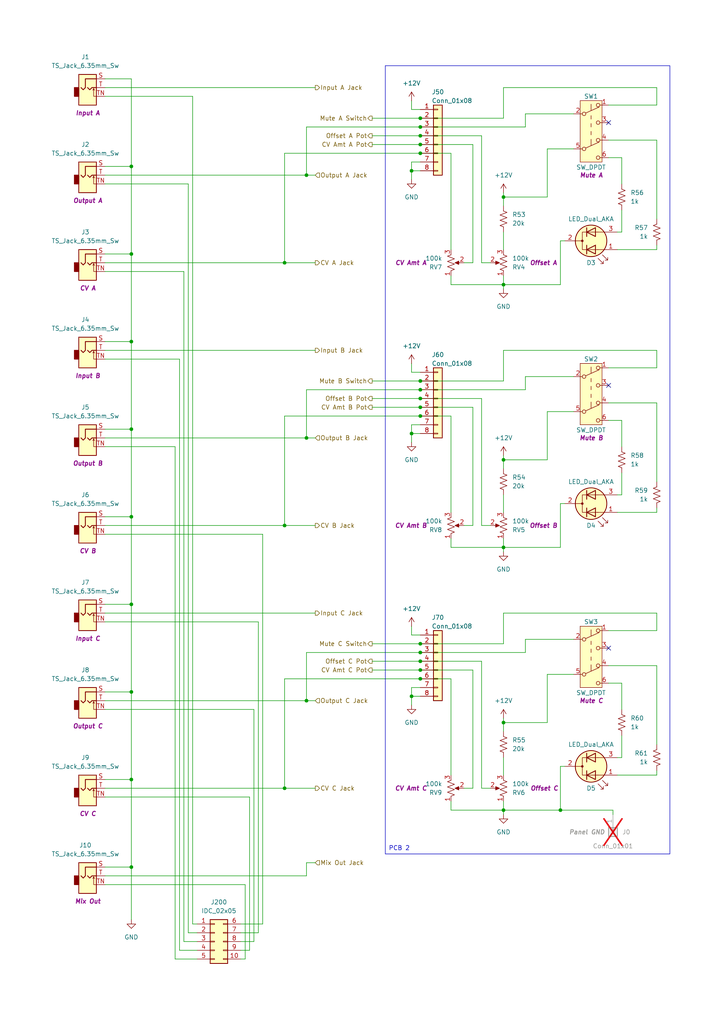
<source format=kicad_sch>
(kicad_sch (version 20250114) (generator "eeschema") (generator_version "9.0")
  (paper "A4" portrait)
  (title_block (company "DMH Instruments") (comment 1 "PCB for 5 cm Kosmo format synthesizer module"))
  (lib_symbols
    (symbol "Connector_Generic:Conn_01x01" (pin_names (offset 1.016) (hide yes))
      (property "Reference" "J" (at 0 2.54 0))
      (property "Value" "Conn_01x01" (at 0 -2.54 0))
      (symbol "Conn_01x01_1_1"
        (rectangle (start -1.27 1.27) (end 1.27 -1.27) (stroke (width 0.254)) (fill (type background)))
        (rectangle (start -1.27 0.127) (end 0 -0.127) (stroke (width 0.1524)))
        (pin passive line (at -5.08 0 0) (length 3.81) (name "Pin_1") (number "1"))
      )
    )
    (symbol "Connector_Generic:Conn_01x08" (pin_names (offset 1.016) (hide yes))
      (property "Reference" "J" (at 0 10.16 0))
      (property "Value" "Conn_01x08" (at 0 -12.7 0))
      (symbol "Conn_01x08_1_1"
        (rectangle (start -1.27 8.89) (end 1.27 -11.43) (stroke (width 0.254)) (fill (type background)))
        (rectangle (start -1.27 7.747) (end 0 7.493) (stroke (width 0.1524)))
        (rectangle (start -1.27 5.207) (end 0 4.953) (stroke (width 0.1524)))
        (rectangle (start -1.27 2.667) (end 0 2.413) (stroke (width 0.1524)))
        (rectangle (start -1.27 0.127) (end 0 -0.127) (stroke (width 0.1524)))
        (rectangle (start -1.27 -2.413) (end 0 -2.667) (stroke (width 0.1524)))
        (rectangle (start -1.27 -4.953) (end 0 -5.207) (stroke (width 0.1524)))
        (rectangle (start -1.27 -7.493) (end 0 -7.747) (stroke (width 0.1524)))
        (rectangle (start -1.27 -10.033) (end 0 -10.287) (stroke (width 0.1524)))
        (pin passive line (at -5.08 7.62 0) (length 3.81) (name "Pin_1") (number "1"))
        (pin passive line (at -5.08 5.08 0) (length 3.81) (name "Pin_2") (number "2"))
        (pin passive line (at -5.08 2.54 0) (length 3.81) (name "Pin_3") (number "3"))
        (pin passive line (at -5.08 0 0) (length 3.81) (name "Pin_4") (number "4"))
        (pin passive line (at -5.08 -2.54 0) (length 3.81) (name "Pin_5") (number "5"))
        (pin passive line (at -5.08 -5.08 0) (length 3.81) (name "Pin_6") (number "6"))
        (pin passive line (at -5.08 -7.62 0) (length 3.81) (name "Pin_7") (number "7"))
        (pin passive line (at -5.08 -10.16 0) (length 3.81) (name "Pin_8") (number "8"))
      )
    )
    (symbol "Device:LED_Dual_AKA" (pin_names (offset 0) (hide yes))
      (property "Reference" "D" (at 0 5.715 0))
      (property "Value" "LED_Dual_AKA" (at 0 -6.35 0))
      (symbol "LED_Dual_AKA_0_1"
        (polyline (pts (xy -4.572 0) (xy -2.54 0)))
        (circle (center -2.54 0) (radius 0.2794) (fill (type outline)))
        (polyline (pts (xy -1.27 1.27) (xy -1.27 3.81)) (stroke (width 0.254)))
        (polyline (pts (xy -1.27 -1.27) (xy -1.27 -3.81)) (stroke (width 0.254)))
        (circle (center 0 0) (radius 4.572) (stroke (width 0.254)) (fill (type background)))
        (polyline (pts (xy 1.27 1.27) (xy 1.27 3.81) (xy -1.27 2.54) (xy 1.27 1.27)) (stroke (width 0.254)))
        (polyline (pts (xy 1.27 -3.81) (xy 1.27 -1.27) (xy -1.27 -2.54) (xy 1.27 -3.81)) (stroke (width 0.254)))
        (polyline (pts (xy 2.032 5.08) (xy 3.556 6.604) (xy 2.794 6.604) (xy 3.556 6.604) (xy 3.556 5.842)))
        (polyline (pts (xy 2.032 2.54) (xy -2.54 2.54) (xy -2.54 -2.54) (xy 2.032 -2.54)))
        (polyline (pts (xy 3.302 4.064) (xy 4.826 5.588) (xy 4.064 5.588) (xy 4.826 5.588) (xy 4.826 4.826)))
        (polyline (pts (xy 3.81 2.54) (xy 1.905 2.54)))
        (polyline (pts (xy 3.81 -2.54) (xy 1.905 -2.54)))
      )
      (symbol "LED_Dual_AKA_1_1"
        (pin input line (at -7.62 0 0) (length 3.048) (name "K") (number "2"))
        (pin input line (at 7.62 2.54 180) (length 3.81) (name "A1") (number "1"))
        (pin input line (at 7.62 -2.54 180) (length 3.81) (name "A2") (number "3"))
      )
    )
    (symbol "Device:R_Potentiometer_US" (pin_names (offset 1.016) (hide yes))
      (property "Reference" "RV" (at -4.445 0 90))
      (property "Value" "R_Potentiometer_US" (at -2.54 0 90))
      (symbol "R_Potentiometer_US_0_1"
        (polyline (pts (xy 0 2.54) (xy 0 2.286)))
        (polyline (pts (xy 0 2.286) (xy 1.016 1.905) (xy 0 1.524) (xy -1.016 1.143) (xy 0 0.762)))
        (polyline (pts (xy 0 0.762) (xy 1.016 0.381) (xy 0 0) (xy -1.016 -0.381) (xy 0 -0.762)))
        (polyline (pts (xy 0 -0.762) (xy 1.016 -1.143) (xy 0 -1.524) (xy -1.016 -1.905) (xy 0 -2.286)))
        (polyline (pts (xy 0 -2.286) (xy 0 -2.54)))
        (polyline (pts (xy 1.143 0) (xy 2.286 0.508) (xy 2.286 -0.508) (xy 1.143 0)) (fill (type outline)))
        (polyline (pts (xy 2.54 0) (xy 1.524 0)))
      )
      (symbol "R_Potentiometer_US_1_1"
        (pin passive line (at 0 3.81 270) (length 1.27) (name "1") (number "1"))
        (pin passive line (at 0 -3.81 90) (length 1.27) (name "3") (number "3"))
        (pin passive line (at 3.81 0 180) (length 1.27) (name "2") (number "2"))
      )
    )
    (symbol "Device:R_US" (pin_numbers (hide yes)) (pin_names (offset 0))
      (property "Reference" "R" (at 2.54 0 90))
      (property "Value" "R_US" (at -2.54 0 90))
      (symbol "R_US_0_1"
        (polyline (pts (xy 0 2.286) (xy 0 2.54)))
        (polyline (pts (xy 0 2.286) (xy 1.016 1.905) (xy 0 1.524) (xy -1.016 1.143) (xy 0 0.762)))
        (polyline (pts (xy 0 0.762) (xy 1.016 0.381) (xy 0 0) (xy -1.016 -0.381) (xy 0 -0.762)))
        (polyline (pts (xy 0 -0.762) (xy 1.016 -1.143) (xy 0 -1.524) (xy -1.016 -1.905) (xy 0 -2.286)))
        (polyline (pts (xy 0 -2.286) (xy 0 -2.54)))
      )
      (symbol "R_US_1_1"
        (pin passive line (at 0 3.81 270) (length 1.27) (name "~") (number "1"))
        (pin passive line (at 0 -3.81 90) (length 1.27) (name "~") (number "2"))
      )
    )
    (symbol "SynthStuff:BackBone_Connector_10Pin" (pin_names (offset 1.016) (hide yes))
      (property "Reference" "J" (at 0 -10.922 0))
      (property "Value" "IDC_02x05" (at 0 -8.382 0))
      (symbol "BackBone_Connector_10Pin_1_1"
        (rectangle (start -2.54 6.35) (end 2.54 -6.35) (stroke (width 0.254)) (fill (type background)))
        (rectangle (start -2.54 5.207) (end -1.27 4.953) (stroke (width 0.1524)))
        (rectangle (start -2.54 2.667) (end -1.27 2.413) (stroke (width 0.1524)))
        (rectangle (start -2.54 0.127) (end -1.27 -0.127) (stroke (width 0.1524)))
        (rectangle (start -2.54 -2.413) (end -1.27 -2.667) (stroke (width 0.1524)))
        (rectangle (start -2.54 -4.953) (end -1.27 -5.207) (stroke (width 0.1524)))
        (rectangle (start 2.54 5.207) (end 1.27 4.953) (stroke (width 0.1524)))
        (rectangle (start 2.54 2.667) (end 1.27 2.413) (stroke (width 0.1524)))
        (rectangle (start 2.54 0.127) (end 1.27 -0.127) (stroke (width 0.1524)))
        (rectangle (start 2.54 -2.413) (end 1.27 -2.667) (stroke (width 0.1524)))
        (rectangle (start 2.54 -4.953) (end 1.27 -5.207) (stroke (width 0.1524)))
        (pin passive line (at -6.35 5.08 0) (length 3.81) (name "Pin_1") (number "1"))
        (pin passive line (at -6.35 2.54 0) (length 3.81) (name "Pin_2") (number "2"))
        (pin passive line (at -6.35 0 0) (length 3.81) (name "Pin_3") (number "3"))
        (pin passive line (at -6.35 -2.54 0) (length 3.81) (name "Pin_4") (number "4"))
        (pin passive line (at -6.35 -5.08 0) (length 3.81) (name "Pin_5") (number "5"))
        (pin passive line (at 6.35 5.08 180) (length 3.81) (name "Pin_6") (number "6"))
        (pin passive line (at 6.35 2.54 180) (length 3.81) (name "Pin_7") (number "7"))
        (pin passive line (at 6.35 0 180) (length 3.81) (name "Pin_8") (number "8"))
        (pin passive line (at 6.35 -2.54 180) (length 3.81) (name "Pin_9") (number "9"))
        (pin passive line (at 6.35 -5.08 180) (length 3.81) (name "Pin_10") (number "10"))
      )
    )
    (symbol "SynthStuff:Switch_DPDT" (pin_names (offset 0) (hide yes))
      (property "Reference" "SW" (at 0 -13.97 0))
      (property "Value" "SW_DPDT" (at 0 -11.43 0))
      (symbol "Switch_DPDT_0_0"
        (circle (center -2.032 5.08) (radius 0.508))
        (circle (center -2.032 -5.08) (radius 0.508))
        (circle (center 2.032 2.54) (radius 0.508))
        (circle (center 2.032 -7.62) (radius 0.508))
      )
      (symbol "Switch_DPDT_0_1"
        (polyline (pts (xy -1.524 5.334) (xy 2.3368 7.0612)))
        (polyline (pts (xy -1.524 -4.826) (xy 2.3368 -3.0988)))
        (polyline (pts (xy 0 7.874) (xy 0 6.096)))
        (polyline (pts (xy 0 3.556) (xy 0 4.572)))
        (polyline (pts (xy 0 1.27) (xy 0 2.286)))
        (polyline (pts (xy 0 -1.016) (xy 0 0)))
        (polyline (pts (xy 0 -2.286) (xy 0 -4.064)))
        (circle (center 2.032 7.62) (radius 0.508))
        (circle (center 2.032 -2.54) (radius 0.508))
      )
      (symbol "Switch_DPDT_1_1"
        (rectangle (start -3.175 8.89) (end 3.175 -8.89) (fill (type background)))
        (pin passive line (at -5.08 5.08 0) (length 2.54) (name "B") (number "2"))
        (pin passive line (at -5.08 -5.08 0) (length 2.54) (name "B") (number "5"))
        (pin passive line (at 5.08 7.62 180) (length 2.54) (name "A") (number "1"))
        (pin passive line (at 5.08 2.54 180) (length 2.54) (name "C") (number "3"))
        (pin passive line (at 5.08 -2.54 180) (length 2.54) (name "A") (number "4"))
        (pin passive line (at 5.08 -7.62 180) (length 2.54) (name "C") (number "6"))
      )
    )
    (symbol "SynthStuff:TS_Jack_6.35mm_Sw"
      (property "Reference" "J" (at -0.635 8.89 0))
      (property "Value" "TS_Jack_6.35mm_Sw" (at -0.635 6.35 0))
      (symbol "TS_Jack_6.35mm_Sw_0_1"
        (rectangle (start -2.54 0) (end -3.81 -2.54) (stroke (width 0.254)) (fill (type outline)))
        (polyline (pts (xy 0 0) (xy 0.635 -0.635) (xy 1.27 0) (xy 2.54 0)) (stroke (width 0.254)))
        (polyline (pts (xy 1.778 -0.254) (xy 2.032 -0.762)))
        (rectangle (start 2.54 3.81) (end -2.54 -5.08) (stroke (width 0.254)) (fill (type background)))
        (polyline (pts (xy 2.54 2.54) (xy -0.635 2.54) (xy -0.635 0) (xy -1.27 -0.635) (xy -1.905 0)) (stroke (width 0.254)))
        (polyline (pts (xy 2.54 -2.54) (xy 1.778 -2.54) (xy 1.778 -0.254) (xy 1.524 -0.762)))
      )
      (symbol "TS_Jack_6.35mm_Sw_1_1"
        (pin passive line (at 5.08 2.54 180) (length 2.54) (name "~") (number "S"))
        (pin passive line (at 5.08 0 180) (length 2.54) (name "~") (number "T"))
        (pin passive line (at 5.08 -2.54 180) (length 2.54) (name "~") (number "TN"))
      )
    )
    (symbol "power:+12V" (power) (pin_numbers (hide yes)) (pin_names (offset 0) (hide yes))
      (property "Value" "+12V" (at 0 3.556 0))
      (symbol "+12V_0_1"
        (polyline (pts (xy -0.762 1.27) (xy 0 2.54)))
        (polyline (pts (xy 0 2.54) (xy 0.762 1.27)))
        (polyline (pts (xy 0 0) (xy 0 2.54)))
      )
      (symbol "+12V_1_1"
        (pin power_in line (at 0 0 90) (length 0) (name "~") (number "1"))
      )
    )
    (symbol "power:GND" (power) (pin_numbers (hide yes)) (pin_names (offset 0) (hide yes))
      (property "Value" "GND" (at 0 -3.81 0))
      (symbol "GND_0_1"
        (polyline (pts (xy 0 0) (xy 0 -1.27) (xy 1.27 -1.27) (xy 0 -2.54) (xy -1.27 -1.27) (xy 0 -1.27)))
      )
      (symbol "GND_1_1"
        (pin power_in line (at 0 0 270) (length 0) (name "~") (number "1"))
      )
    )
  )
  (rectangle (start 111.76 19.05) (end 194.31 247.65))
  (text "PCB 2" (at 115.824 246.126 0) (effects (font (size 1.27 1.27))))
  (junction (at 38.1 200.66))
  (junction (at 38.1 226.06))
  (junction (at 146.05 209.55))
  (junction (at 146.05 133.35))
  (junction (at 38.1 175.26))
  (junction (at 121.92 115.57))
  (junction (at 121.92 41.91))
  (junction (at 121.92 44.45))
  (junction (at 121.92 113.03))
  (junction (at 82.55 228.6))
  (junction (at 121.92 194.31))
  (junction (at 121.92 34.29))
  (junction (at 88.9 127))
  (junction (at 119.38 201.93))
  (junction (at 88.9 203.2))
  (junction (at 88.9 50.8))
  (junction (at 38.1 48.26))
  (junction (at 38.1 99.06))
  (junction (at 121.92 118.11))
  (junction (at 121.92 191.77))
  (junction (at 38.1 73.66))
  (junction (at 146.05 158.75))
  (junction (at 121.92 120.65))
  (junction (at 121.92 39.37))
  (junction (at 146.05 82.55))
  (junction (at 38.1 124.46))
  (junction (at 146.05 57.15))
  (junction (at 119.38 49.53))
  (junction (at 121.92 186.69))
  (junction (at 82.55 76.2))
  (junction (at 146.05 234.95))
  (junction (at 121.92 189.23))
  (junction (at 38.1 251.46))
  (junction (at 119.38 125.73))
  (junction (at 121.92 196.85))
  (junction (at 38.1 149.86))
  (junction (at 162.56 234.95))
  (junction (at 121.92 36.83))
  (junction (at 82.55 152.4))
  (junction (at 121.92 110.49))
  (no_connect (at 176.53 111.76))
  (no_connect (at 176.53 187.96))
  (no_connect (at 176.53 35.56))
  (wire (pts (xy 121.92 118.11) (xy 107.95 118.11)))
  (wire (pts (xy 119.38 31.75) (xy 121.92 31.75)))
  (wire (pts (xy 82.55 196.85) (xy 82.55 228.6)))
  (wire (pts (xy 38.1 124.46) (xy 38.1 99.06)))
  (wire (pts (xy 130.81 80.01) (xy 130.81 82.55)))
  (wire (pts (xy 38.1 251.46) (xy 38.1 226.06)))
  (wire (pts (xy 121.92 191.77) (xy 139.7 191.77)))
  (wire (pts (xy 176.53 121.92) (xy 180.34 121.92)))
  (wire (pts (xy 121.92 36.83) (xy 152.4 36.83)))
  (wire (pts (xy 38.1 200.66) (xy 38.1 175.26)))
  (wire (pts (xy 146.05 219.71) (xy 146.05 224.79)))
  (wire (pts (xy 119.38 201.93) (xy 121.92 201.93)))
  (wire (pts (xy 190.5 40.64) (xy 190.5 63.5)))
  (wire (pts (xy 146.05 232.41) (xy 146.05 234.95)))
  (wire (pts (xy 107.95 110.49) (xy 121.92 110.49)))
  (wire (pts (xy 137.16 118.11) (xy 121.92 118.11)))
  (wire (pts (xy 57.15 278.13) (xy 50.8 278.13)))
  (wire (pts (xy 88.9 250.19) (xy 91.44 250.19)))
  (wire (pts (xy 119.38 125.73) (xy 119.38 128.27)))
  (wire (pts (xy 121.92 186.69) (xy 146.05 186.69)))
  (wire (pts (xy 137.16 228.6) (xy 134.62 228.6)))
  (wire (pts (xy 69.85 270.51) (xy 74.93 270.51)))
  (wire (pts (xy 146.05 132.08) (xy 146.05 133.35)))
  (wire (pts (xy 88.9 36.83) (xy 121.92 36.83)))
  (wire (pts (xy 146.05 143.51) (xy 146.05 148.59)))
  (wire (pts (xy 152.4 185.42) (xy 152.4 189.23)))
  (wire (pts (xy 190.5 72.39) (xy 190.5 71.12)))
  (wire (pts (xy 88.9 189.23) (xy 88.9 203.2)))
  (wire (pts (xy 30.48 127) (xy 88.9 127)))
  (wire (pts (xy 107.95 194.31) (xy 121.92 194.31)))
  (wire (pts (xy 53.34 78.74) (xy 30.48 78.74)))
  (wire (pts (xy 130.81 44.45) (xy 121.92 44.45)))
  (wire (pts (xy 142.24 152.4) (xy 139.7 152.4)))
  (wire (pts (xy 69.85 267.97) (xy 76.2 267.97)))
  (wire (pts (xy 69.85 273.05) (xy 73.66 273.05)))
  (wire (pts (xy 158.75 43.18) (xy 166.37 43.18)))
  (wire (pts (xy 72.39 231.14) (xy 72.39 275.59)))
  (wire (pts (xy 180.34 67.31) (xy 179.07 67.31)))
  (wire (pts (xy 30.48 152.4) (xy 82.55 152.4)))
  (wire (pts (xy 137.16 194.31) (xy 137.16 228.6)))
  (wire (pts (xy 137.16 76.2) (xy 137.16 41.91)))
  (wire (pts (xy 137.16 152.4) (xy 137.16 118.11)))
  (wire (pts (xy 162.56 146.05) (xy 163.83 146.05)))
  (wire (pts (xy 152.4 109.22) (xy 152.4 113.03)))
  (wire (pts (xy 146.05 158.75) (xy 146.05 160.02)))
  (wire (pts (xy 146.05 80.01) (xy 146.05 82.55)))
  (wire (pts (xy 162.56 146.05) (xy 162.56 158.75)))
  (wire (pts (xy 146.05 82.55) (xy 162.56 82.55)))
  (wire (pts (xy 158.75 133.35) (xy 146.05 133.35)))
  (wire (pts (xy 52.07 275.59) (xy 52.07 104.14)))
  (wire (pts (xy 121.92 34.29) (xy 146.05 34.29)))
  (wire (pts (xy 130.81 156.21) (xy 130.81 158.75)))
  (wire (pts (xy 30.48 203.2) (xy 88.9 203.2)))
  (wire (pts (xy 137.16 41.91) (xy 121.92 41.91)))
  (wire (pts (xy 190.5 25.4) (xy 146.05 25.4)))
  (wire (pts (xy 82.55 152.4) (xy 91.44 152.4)))
  (wire (pts (xy 176.53 193.04) (xy 190.5 193.04)))
  (wire (pts (xy 30.48 124.46) (xy 38.1 124.46)))
  (wire (pts (xy 179.07 148.59) (xy 190.5 148.59)))
  (wire (pts (xy 152.4 33.02) (xy 166.37 33.02)))
  (wire (pts (xy 180.34 121.92) (xy 180.34 129.54)))
  (wire (pts (xy 146.05 209.55) (xy 158.75 209.55)))
  (wire (pts (xy 30.48 99.06) (xy 38.1 99.06)))
  (wire (pts (xy 73.66 205.74) (xy 73.66 273.05)))
  (wire (pts (xy 176.53 198.12) (xy 180.34 198.12)))
  (wire (pts (xy 121.92 196.85) (xy 82.55 196.85)))
  (wire (pts (xy 30.48 76.2) (xy 82.55 76.2)))
  (wire (pts (xy 119.38 204.47) (xy 119.38 201.93)))
  (wire (pts (xy 119.38 107.95) (xy 121.92 107.95)))
  (wire (pts (xy 139.7 39.37) (xy 139.7 76.2)))
  (wire (pts (xy 176.53 106.68) (xy 190.5 106.68)))
  (wire (pts (xy 158.75 57.15) (xy 158.75 43.18)))
  (wire (pts (xy 38.1 48.26) (xy 38.1 22.86)))
  (wire (pts (xy 130.81 158.75) (xy 146.05 158.75)))
  (wire (pts (xy 119.38 181.61) (xy 119.38 184.15)))
  (wire (pts (xy 121.92 120.65) (xy 82.55 120.65)))
  (wire (pts (xy 107.95 186.69) (xy 121.92 186.69)))
  (wire (pts (xy 180.34 45.72) (xy 180.34 53.34)))
  (wire (pts (xy 152.4 33.02) (xy 152.4 36.83)))
  (wire (pts (xy 107.95 115.57) (xy 121.92 115.57)))
  (wire (pts (xy 30.48 226.06) (xy 38.1 226.06)))
  (wire (pts (xy 121.92 189.23) (xy 152.4 189.23)))
  (wire (pts (xy 180.34 60.96) (xy 180.34 67.31)))
  (wire (pts (xy 176.53 116.84) (xy 190.5 116.84)))
  (wire (pts (xy 57.15 273.05) (xy 53.34 273.05)))
  (wire (pts (xy 38.1 73.66) (xy 38.1 48.26)))
  (wire (pts (xy 121.92 194.31) (xy 137.16 194.31)))
  (wire (pts (xy 30.48 251.46) (xy 38.1 251.46)))
  (wire (pts (xy 190.5 177.8) (xy 146.05 177.8)))
  (wire (pts (xy 130.81 224.79) (xy 130.81 196.85)))
  (wire (pts (xy 55.88 267.97) (xy 55.88 27.94)))
  (wire (pts (xy 142.24 76.2) (xy 139.7 76.2)))
  (wire (pts (xy 88.9 113.03) (xy 121.92 113.03)))
  (wire (pts (xy 139.7 152.4) (xy 139.7 115.57)))
  (wire (pts (xy 71.12 256.54) (xy 71.12 278.13)))
  (wire (pts (xy 52.07 104.14) (xy 30.48 104.14)))
  (wire (pts (xy 162.56 69.85) (xy 163.83 69.85)))
  (wire (pts (xy 38.1 266.7) (xy 38.1 251.46)))
  (wire (pts (xy 166.37 185.42) (xy 152.4 185.42)))
  (wire (pts (xy 190.5 101.6) (xy 146.05 101.6)))
  (wire (pts (xy 107.95 34.29) (xy 121.92 34.29)))
  (wire (pts (xy 146.05 177.8) (xy 146.05 186.69)))
  (wire (pts (xy 177.8 236.22) (xy 177.8 234.95)))
  (wire (pts (xy 82.55 120.65) (xy 82.55 152.4)))
  (wire (pts (xy 190.5 182.88) (xy 190.5 177.8)))
  (wire (pts (xy 119.38 199.39) (xy 119.38 201.93)))
  (wire (pts (xy 119.38 184.15) (xy 121.92 184.15)))
  (wire (pts (xy 190.5 215.9) (xy 190.5 193.04)))
  (wire (pts (xy 107.95 39.37) (xy 121.92 39.37)))
  (wire (pts (xy 38.1 22.86) (xy 30.48 22.86)))
  (wire (pts (xy 82.55 76.2) (xy 91.44 76.2)))
  (wire (pts (xy 162.56 69.85) (xy 162.56 82.55)))
  (wire (pts (xy 50.8 278.13) (xy 50.8 129.54)))
  (wire (pts (xy 30.48 200.66) (xy 38.1 200.66)))
  (wire (pts (xy 119.38 46.99) (xy 119.38 49.53)))
  (wire (pts (xy 30.48 177.8) (xy 91.44 177.8)))
  (wire (pts (xy 176.53 40.64) (xy 190.5 40.64)))
  (wire (pts (xy 158.75 195.58) (xy 158.75 209.55)))
  (wire (pts (xy 72.39 275.59) (xy 69.85 275.59)))
  (wire (pts (xy 121.92 123.19) (xy 119.38 123.19)))
  (wire (pts (xy 180.34 143.51) (xy 179.07 143.51)))
  (wire (pts (xy 57.15 270.51) (xy 54.61 270.51)))
  (wire (pts (xy 76.2 154.94) (xy 76.2 267.97)))
  (wire (pts (xy 88.9 127) (xy 91.44 127)))
  (wire (pts (xy 88.9 113.03) (xy 88.9 127)))
  (wire (pts (xy 146.05 209.55) (xy 146.05 212.09)))
  (wire (pts (xy 139.7 228.6) (xy 139.7 191.77)))
  (wire (pts (xy 146.05 55.88) (xy 146.05 57.15)))
  (wire (pts (xy 166.37 109.22) (xy 152.4 109.22)))
  (wire (pts (xy 134.62 152.4) (xy 137.16 152.4)))
  (wire (pts (xy 38.1 149.86) (xy 38.1 124.46)))
  (wire (pts (xy 121.92 44.45) (xy 82.55 44.45)))
  (wire (pts (xy 146.05 234.95) (xy 162.56 234.95)))
  (wire (pts (xy 119.38 31.75) (xy 119.38 29.21)))
  (wire (pts (xy 190.5 106.68) (xy 190.5 101.6)))
  (wire (pts (xy 130.81 196.85) (xy 121.92 196.85)))
  (wire (pts (xy 146.05 67.31) (xy 146.05 72.39)))
  (wire (pts (xy 162.56 222.25) (xy 162.56 234.95)))
  (wire (pts (xy 180.34 198.12) (xy 180.34 205.74)))
  (wire (pts (xy 166.37 119.38) (xy 158.75 119.38)))
  (wire (pts (xy 119.38 49.53) (xy 119.38 52.07)))
  (wire (pts (xy 190.5 224.79) (xy 190.5 223.52)))
  (wire (pts (xy 30.48 149.86) (xy 38.1 149.86)))
  (wire (pts (xy 88.9 50.8) (xy 91.44 50.8)))
  (wire (pts (xy 119.38 107.95) (xy 119.38 105.41)))
  (wire (pts (xy 53.34 273.05) (xy 53.34 78.74)))
  (wire (pts (xy 30.48 175.26) (xy 38.1 175.26)))
  (wire (pts (xy 30.48 101.6) (xy 91.44 101.6)))
  (wire (pts (xy 50.8 129.54) (xy 30.48 129.54)))
  (wire (pts (xy 121.92 199.39) (xy 119.38 199.39)))
  (wire (pts (xy 54.61 53.34) (xy 54.61 270.51)))
  (wire (pts (xy 30.48 73.66) (xy 38.1 73.66)))
  (wire (pts (xy 130.81 232.41) (xy 130.81 234.95)))
  (wire (pts (xy 121.92 46.99) (xy 119.38 46.99)))
  (wire (pts (xy 146.05 57.15) (xy 158.75 57.15)))
  (wire (pts (xy 180.34 213.36) (xy 180.34 219.71)))
  (wire (pts (xy 146.05 25.4) (xy 146.05 34.29)))
  (wire (pts (xy 179.07 224.79) (xy 190.5 224.79)))
  (wire (pts (xy 146.05 82.55) (xy 146.05 83.82)))
  (wire (pts (xy 146.05 101.6) (xy 146.05 110.49)))
  (wire (pts (xy 30.48 180.34) (xy 74.93 180.34)))
  (wire (pts (xy 162.56 222.25) (xy 163.83 222.25)))
  (wire (pts (xy 30.48 25.4) (xy 91.44 25.4)))
  (wire (pts (xy 88.9 36.83) (xy 88.9 50.8)))
  (wire (pts (xy 74.93 180.34) (xy 74.93 270.51)))
  (wire (pts (xy 30.48 256.54) (xy 71.12 256.54)))
  (wire (pts (xy 134.62 76.2) (xy 137.16 76.2)))
  (wire (pts (xy 190.5 139.7) (xy 190.5 116.84)))
  (wire (pts (xy 130.81 120.65) (xy 121.92 120.65)))
  (wire (pts (xy 82.55 44.45) (xy 82.55 76.2)))
  (wire (pts (xy 38.1 175.26) (xy 38.1 149.86)))
  (wire (pts (xy 166.37 195.58) (xy 158.75 195.58)))
  (wire (pts (xy 190.5 148.59) (xy 190.5 147.32)))
  (wire (pts (xy 130.81 72.39) (xy 130.81 44.45)))
  (wire (pts (xy 142.24 228.6) (xy 139.7 228.6)))
  (wire (pts (xy 176.53 45.72) (xy 180.34 45.72)))
  (wire (pts (xy 130.81 234.95) (xy 146.05 234.95)))
  (wire (pts (xy 82.55 228.6) (xy 91.44 228.6)))
  (wire (pts (xy 146.05 57.15) (xy 146.05 59.69)))
  (wire (pts (xy 180.34 219.71) (xy 179.07 219.71)))
  (wire (pts (xy 119.38 123.19) (xy 119.38 125.73)))
  (wire (pts (xy 30.48 50.8) (xy 88.9 50.8)))
  (wire (pts (xy 88.9 254) (xy 88.9 250.19)))
  (wire (pts (xy 30.48 254) (xy 88.9 254)))
  (wire (pts (xy 38.1 99.06) (xy 38.1 73.66)))
  (wire (pts (xy 179.07 72.39) (xy 190.5 72.39)))
  (wire (pts (xy 180.34 137.16) (xy 180.34 143.51)))
  (wire (pts (xy 57.15 275.59) (xy 52.07 275.59)))
  (wire (pts (xy 30.48 154.94) (xy 76.2 154.94)))
  (wire (pts (xy 119.38 125.73) (xy 121.92 125.73)))
  (wire (pts (xy 107.95 41.91) (xy 121.92 41.91)))
  (wire (pts (xy 30.48 48.26) (xy 38.1 48.26)))
  (wire (pts (xy 176.53 182.88) (xy 190.5 182.88)))
  (wire (pts (xy 30.48 205.74) (xy 73.66 205.74)))
  (wire (pts (xy 146.05 208.28) (xy 146.05 209.55)))
  (wire (pts (xy 121.92 115.57) (xy 139.7 115.57)))
  (wire (pts (xy 119.38 49.53) (xy 121.92 49.53)))
  (wire (pts (xy 190.5 30.48) (xy 190.5 25.4)))
  (wire (pts (xy 107.95 191.77) (xy 121.92 191.77)))
  (wire (pts (xy 158.75 119.38) (xy 158.75 133.35)))
  (wire (pts (xy 30.48 53.34) (xy 54.61 53.34)))
  (wire (pts (xy 146.05 133.35) (xy 146.05 135.89)))
  (wire (pts (xy 177.8 234.95) (xy 162.56 234.95)))
  (wire (pts (xy 88.9 189.23) (xy 121.92 189.23)))
  (wire (pts (xy 162.56 158.75) (xy 146.05 158.75)))
  (wire (pts (xy 88.9 203.2) (xy 91.44 203.2)))
  (wire (pts (xy 71.12 278.13) (xy 69.85 278.13)))
  (wire (pts (xy 121.92 110.49) (xy 146.05 110.49)))
  (wire (pts (xy 121.92 39.37) (xy 139.7 39.37)))
  (wire (pts (xy 130.81 82.55) (xy 146.05 82.55)))
  (wire (pts (xy 176.53 30.48) (xy 190.5 30.48)))
  (wire (pts (xy 146.05 234.95) (xy 146.05 236.22)))
  (wire (pts (xy 57.15 267.97) (xy 55.88 267.97)))
  (wire (pts (xy 38.1 226.06) (xy 38.1 200.66)))
  (wire (pts (xy 55.88 27.94) (xy 30.48 27.94)))
  (wire (pts (xy 30.48 228.6) (xy 82.55 228.6)))
  (wire (pts (xy 121.92 113.03) (xy 152.4 113.03)))
  (wire (pts (xy 30.48 231.14) (xy 72.39 231.14)))
  (wire (pts (xy 130.81 148.59) (xy 130.81 120.65)))
  (wire (pts (xy 146.05 156.21) (xy 146.05 158.75)))
  (hierarchical_label "Offset B Pot" (shape output) (at 107.95 115.57 180))
  (hierarchical_label "Offset C Pot" (shape output) (at 107.95 191.77 180))
  (hierarchical_label "CV C Jack" (shape output) (at 91.44 228.6 0))
  (hierarchical_label "Offset A Pot" (shape output) (at 107.95 39.37 180))
  (hierarchical_label "Mute A Switch" (shape output) (at 107.95 34.29 180))
  (hierarchical_label "Output A Jack" (shape input) (at 91.44 50.8 0))
  (hierarchical_label "Mute B Switch" (shape output) (at 107.95 110.49 180))
  (hierarchical_label "Output C Jack" (shape input) (at 91.44 203.2 0))
  (hierarchical_label "Output B Jack" (shape input) (at 91.44 127 0))
  (hierarchical_label "CV A Jack" (shape output) (at 91.44 76.2 0))
  (hierarchical_label "CV Amt B Pot" (shape output) (at 107.95 118.11 180))
  (hierarchical_label "Input B Jack" (shape output) (at 91.44 101.6 0))
  (hierarchical_label "CV Amt A Pot" (shape output) (at 107.95 41.91 180))
  (hierarchical_label "Mute C Switch" (shape output) (at 107.95 186.69 180))
  (hierarchical_label "CV B Jack" (shape output) (at 91.44 152.4 0))
  (hierarchical_label "Input A Jack" (shape output) (at 91.44 25.4 0))
  (hierarchical_label "Input C Jack" (shape output) (at 91.44 177.8 0))
  (hierarchical_label "Mix Out Jack" (shape input) (at 91.44 250.19 0))
  (hierarchical_label "CV Amt C Pot" (shape output) (at 107.95 194.31 180))
  (symbol (lib_id "SynthStuff:TS_Jack_6.35mm_Sw") (at 25.4 228.6 0) (unit 1)
    (property "Reference" "J9" (at 24.765 219.71 0))
    (property "Value" "TS_Jack_6.35mm_Sw" (at 24.765 222.25 0))
    (property "Footprint" "SynthStuff:CUI_MJ-63052A" (effects (hide yes)))
    (property "Description" "Audio Jack, 2 Poles (Mono / TS), Switched T Pole (Normalling), 6.35mm, 1/4inch" (effects (hide yes)))
    (property "Function" "CV C" (at 25.4 235.966 0) (effects (font (thickness 0.254) (bold yes) (italic yes))))
  )
  (symbol (lib_id "SynthStuff:TS_Jack_6.35mm_Sw") (at 25.4 50.8 0) (unit 1)
    (property "Reference" "J2" (at 24.765 41.91 0))
    (property "Value" "TS_Jack_6.35mm_Sw" (at 24.765 44.45 0))
    (property "Footprint" "SynthStuff:CUI_MJ-63052A" (effects (hide yes)))
    (property "Description" "Audio Jack, 2 Poles (Mono / TS), Switched T Pole (Normalling), 6.35mm, 1/4inch" (effects (hide yes)))
    (property "Function" "Output A" (at 25.4 58.166 0) (effects (font (thickness 0.254) (bold yes) (italic yes))))
  )
  (symbol (lib_id "power:GND") (at 119.38 128.27 0) (unit 1)
    (property "Reference" "#PWR045" (effects (hide yes)))
    (property "Value" "GND" (at 119.38 133.35 0))
    (property "Description" "Power symbol creates a global label with name \"GND\" , ground" (effects (hide yes)))
  )
  (symbol (lib_id "power:GND") (at 146.05 160.02 0) (unit 1)
    (property "Reference" "#PWR037" (effects (hide yes)))
    (property "Value" "GND" (at 146.05 165.1 0))
    (property "Description" "Power symbol creates a global label with name \"GND\" , ground" (effects (hide yes)))
  )
  (symbol (lib_id "Device:LED_Dual_AKA") (at 171.45 146.05 0) (mirror x) (unit 1) (on_board no)
    (property "Reference" "D4" (at 171.45 152.4 0))
    (property "Value" "LED_Dual_AKA" (at 171.45 139.7 0))
    (property "Footprint" "SynthStuff:LED_D3.0mm-2color" (effects (hide yes)))
    (property "Description" "Dual LED, common cathode on pin 2" (effects (hide yes)))
  )
  (symbol (lib_id "power:+12V") (at 119.38 105.41 0) (unit 1)
    (property "Reference" "#PWR042" (effects (hide yes)))
    (property "Value" "+12V" (at 119.38 100.33 0))
    (property "Description" "Power symbol creates a global label with name \"+12V\"" (effects (hide yes)))
  )
  (symbol (lib_id "SynthStuff:Switch_DPDT") (at 171.45 38.1 0) (unit 1) (on_board no)
    (property "Reference" "SW1" (at 171.45 27.94 0))
    (property "Value" "SW_DPDT" (at 171.45 48.514 0))
    (property "Footprint" "SynthStuff:Toggle_Switch_2_Poles_THT" (effects (hide yes)))
    (property "Description" "DPDT switch, can be ON-ON or ON-OFF-ON" (effects (hide yes)))
    (property "Function" "Mute A" (at 171.45 50.8 0) (effects (font (thickness 0.254) (bold yes) (italic yes))))
  )
  (symbol (lib_id "SynthStuff:Switch_DPDT") (at 171.45 190.5 0) (unit 1) (on_board no)
    (property "Reference" "SW3" (at 171.45 180.34 0))
    (property "Value" "SW_DPDT" (at 171.45 200.914 0))
    (property "Footprint" "SynthStuff:Toggle_Switch_2_Poles_THT" (effects (hide yes)))
    (property "Description" "DPDT switch, can be ON-ON or ON-OFF-ON" (effects (hide yes)))
    (property "Function" "Mute C" (at 171.45 203.2 0) (effects (font (thickness 0.254) (bold yes) (italic yes))))
  )
  (symbol (lib_id "SynthStuff:BackBone_Connector_10Pin") (at 63.5 273.05 0) (unit 1)
    (property "Reference" "J200" (at 63.5 261.62 0))
    (property "Value" "IDC_02x05" (at 63.5 264.16 0))
    (property "Footprint" "SynthStuff:IDC-Header_2x05_P2.54mm_Vertical_BackBone" (effects (hide yes)))
    (property "Description" "IDC jack, 2x5 pins, row a carries same signals as row b." (effects (hide yes)))
  )
  (symbol (lib_id "Device:R_US") (at 180.34 57.15 180) (unit 1) (on_board no)
    (property "Reference" "R56" (at 182.88 55.8799 0) (effects (justify right)))
    (property "Value" "1k" (at 182.88 58.4199 0) (effects (justify right)))
    (property "Footprint" "Resistor_THT:R_Axial_DIN0207_L6.3mm_D2.5mm_P7.62mm_Horizontal" (effects (hide yes)))
    (property "Description" "Resistor, US symbol" (effects (hide yes)))
  )
  (symbol (lib_id "Device:R_Potentiometer_US") (at 146.05 152.4 180) (unit 1) (on_board no)
    (property "Reference" "RV5" (at 148.59 153.6701 0) (effects (justify right)))
    (property "Value" "100k" (at 148.59 151.1301 0) (effects (justify right)))
    (property "Footprint" "SynthStuff:Potentiometer_Alpha_RD901F-40-00D_Single_Vertical" (effects (hide yes)))
    (property "Description" "Potentiometer, US symbol" (effects (hide yes)))
    (property "Function" "Offset B" (at 157.734 152.4 0) (effects (font (thickness 0.254) (bold yes) (italic yes))))
  )
  (symbol (lib_id "SynthStuff:TS_Jack_6.35mm_Sw") (at 25.4 127 0) (unit 1)
    (property "Reference" "J5" (at 24.765 118.11 0))
    (property "Value" "TS_Jack_6.35mm_Sw" (at 24.765 120.65 0))
    (property "Footprint" "SynthStuff:CUI_MJ-63052A" (effects (hide yes)))
    (property "Description" "Audio Jack, 2 Poles (Mono / TS), Switched T Pole (Normalling), 6.35mm, 1/4inch" (effects (hide yes)))
    (property "Function" "Output B" (at 25.4 134.366 0) (effects (font (thickness 0.254) (bold yes) (italic yes))))
  )
  (symbol (lib_id "power:+12V") (at 146.05 55.88 0) (unit 1)
    (property "Reference" "#PWR034" (effects (hide yes)))
    (property "Value" "+12V" (at 146.05 50.8 0))
    (property "Description" "Power symbol creates a global label with name \"+12V\"" (effects (hide yes)))
  )
  (symbol (lib_id "Device:R_Potentiometer_US") (at 130.81 76.2 0) (mirror x) (unit 1) (on_board no)
    (property "Reference" "RV7" (at 128.27 77.4701 0) (effects (justify right)))
    (property "Value" "100k" (at 128.27 74.9301 0) (effects (justify right)))
    (property "Footprint" "SynthStuff:Potentiometer_TT_P110KH1" (effects (hide yes)))
    (property "Description" "Potentiometer, US symbol" (effects (hide yes)))
    (property "Function" "CV Amt A" (at 119.126 76.2 0) (effects (font (thickness 0.254) (bold yes) (italic yes))))
  )
  (symbol (lib_id "power:GND") (at 119.38 204.47 0) (unit 1)
    (property "Reference" "#PWR046" (effects (hide yes)))
    (property "Value" "GND" (at 119.38 209.55 0))
    (property "Description" "Power symbol creates a global label with name \"GND\" , ground" (effects (hide yes)))
  )
  (symbol (lib_id "SynthStuff:TS_Jack_6.35mm_Sw") (at 25.4 101.6 0) (unit 1)
    (property "Reference" "J4" (at 24.765 92.71 0))
    (property "Value" "TS_Jack_6.35mm_Sw" (at 24.765 95.25 0))
    (property "Footprint" "SynthStuff:CUI_MJ-63052A" (effects (hide yes)))
    (property "Description" "Audio Jack, 2 Poles (Mono / TS), Switched T Pole (Normalling), 6.35mm, 1/4inch" (effects (hide yes)))
    (property "Function" "Input B" (at 25.4 108.966 0) (effects (font (thickness 0.254) (bold yes) (italic yes))))
  )
  (symbol (lib_id "power:+12V") (at 119.38 29.21 0) (unit 1)
    (property "Reference" "#PWR041" (effects (hide yes)))
    (property "Value" "+12V" (at 119.38 24.13 0))
    (property "Description" "Power symbol creates a global label with name \"+12V\"" (effects (hide yes)))
  )
  (symbol (lib_id "SynthStuff:TS_Jack_6.35mm_Sw") (at 25.4 254 0) (unit 1)
    (property "Reference" "J10" (at 24.765 245.11 0))
    (property "Value" "TS_Jack_6.35mm_Sw" (at 24.765 247.65 0))
    (property "Footprint" "SynthStuff:CUI_MJ-63052A" (effects (hide yes)))
    (property "Description" "Audio Jack, 2 Poles (Mono / TS), Switched T Pole (Normalling), 6.35mm, 1/4inch" (effects (hide yes)))
    (property "Function" "Mix Out" (at 25.4 261.366 0) (effects (font (thickness 0.254) (bold yes) (italic yes))))
  )
  (symbol (lib_id "SynthStuff:Switch_DPDT") (at 171.45 114.3 0) (unit 1) (on_board no)
    (property "Reference" "SW2" (at 171.45 104.14 0))
    (property "Value" "SW_DPDT" (at 171.45 124.714 0))
    (property "Footprint" "SynthStuff:Toggle_Switch_2_Poles_THT" (effects (hide yes)))
    (property "Description" "DPDT switch, can be ON-ON or ON-OFF-ON" (effects (hide yes)))
    (property "Function" "Mute B" (at 171.45 127 0) (effects (font (thickness 0.254) (bold yes) (italic yes))))
  )
  (symbol (lib_id "SynthStuff:TS_Jack_6.35mm_Sw") (at 25.4 177.8 0) (unit 1)
    (property "Reference" "J7" (at 24.765 168.91 0))
    (property "Value" "TS_Jack_6.35mm_Sw" (at 24.765 171.45 0))
    (property "Footprint" "SynthStuff:CUI_MJ-63052A" (effects (hide yes)))
    (property "Description" "Audio Jack, 2 Poles (Mono / TS), Switched T Pole (Normalling), 6.35mm, 1/4inch" (effects (hide yes)))
    (property "Function" "Input C" (at 25.4 185.166 0) (effects (font (thickness 0.254) (bold yes) (italic yes))))
  )
  (symbol (lib_id "power:+12V") (at 146.05 208.28 0) (unit 1)
    (property "Reference" "#PWR038" (effects (hide yes)))
    (property "Value" "+12V" (at 146.05 203.2 0))
    (property "Description" "Power symbol creates a global label with name \"+12V\"" (effects (hide yes)))
  )
  (symbol (lib_id "SynthStuff:TS_Jack_6.35mm_Sw") (at 25.4 203.2 0) (unit 1)
    (property "Reference" "J8" (at 24.765 194.31 0))
    (property "Value" "TS_Jack_6.35mm_Sw" (at 24.765 196.85 0))
    (property "Footprint" "SynthStuff:CUI_MJ-63052A" (effects (hide yes)))
    (property "Description" "Audio Jack, 2 Poles (Mono / TS), Switched T Pole (Normalling), 6.35mm, 1/4inch" (effects (hide yes)))
    (property "Function" "Output C" (at 25.4 210.566 0) (effects (font (thickness 0.254) (bold yes) (italic yes))))
  )
  (symbol (lib_id "Device:R_US") (at 180.34 209.55 180) (unit 1) (on_board no)
    (property "Reference" "R60" (at 182.88 208.2799 0) (effects (justify right)))
    (property "Value" "1k" (at 182.88 210.8199 0) (effects (justify right)))
    (property "Footprint" "Resistor_THT:R_Axial_DIN0207_L6.3mm_D2.5mm_P7.62mm_Horizontal" (effects (hide yes)))
    (property "Description" "Resistor, US symbol" (effects (hide yes)))
  )
  (symbol (lib_id "power:+12V") (at 119.38 181.61 0) (unit 1)
    (property "Reference" "#PWR043" (effects (hide yes)))
    (property "Value" "+12V" (at 119.38 176.53 0))
    (property "Description" "Power symbol creates a global label with name \"+12V\"" (effects (hide yes)))
  )
  (symbol (lib_id "Device:R_Potentiometer_US") (at 130.81 152.4 0) (mirror x) (unit 1) (on_board no)
    (property "Reference" "RV8" (at 128.27 153.6701 0) (effects (justify right)))
    (property "Value" "100k" (at 128.27 151.1301 0) (effects (justify right)))
    (property "Footprint" "SynthStuff:Potentiometer_TT_P110KH1" (effects (hide yes)))
    (property "Description" "Potentiometer, US symbol" (effects (hide yes)))
    (property "Function" "CV Amt B" (at 119.126 152.4 0) (effects (font (thickness 0.254) (bold yes) (italic yes))))
  )
  (symbol (lib_id "Device:R_Potentiometer_US") (at 130.81 228.6 0) (mirror x) (unit 1) (on_board no)
    (property "Reference" "RV9" (at 128.27 229.8701 0) (effects (justify right)))
    (property "Value" "100k" (at 128.27 227.3301 0) (effects (justify right)))
    (property "Footprint" "SynthStuff:Potentiometer_TT_P110KH1" (effects (hide yes)))
    (property "Description" "Potentiometer, US symbol" (effects (hide yes)))
    (property "Function" "CV Amt C" (at 119.126 228.6 0) (effects (font (thickness 0.254) (bold yes) (italic yes))))
  )
  (symbol (lib_id "Device:LED_Dual_AKA") (at 171.45 69.85 0) (mirror x) (unit 1) (on_board no)
    (property "Reference" "D3" (at 171.45 76.2 0))
    (property "Value" "LED_Dual_AKA" (at 171.45 63.5 0))
    (property "Footprint" "SynthStuff:LED_D3.0mm-2color" (effects (hide yes)))
    (property "Description" "Dual LED, common cathode on pin 2" (effects (hide yes)))
  )
  (symbol (lib_id "Device:R_US") (at 146.05 139.7 180) (unit 1) (on_board no)
    (property "Reference" "R54" (at 148.59 138.4299 0) (effects (justify right)))
    (property "Value" "20k" (at 148.59 140.9699 0) (effects (justify right)))
    (property "Footprint" "Resistor_THT:R_Axial_DIN0207_L6.3mm_D2.5mm_P7.62mm_Horizontal" (effects (hide yes)))
    (property "Description" "Resistor, US symbol" (effects (hide yes)))
  )
  (symbol (lib_id "Device:R_Potentiometer_US") (at 146.05 76.2 180) (unit 1) (on_board no)
    (property "Reference" "RV4" (at 148.59 77.4701 0) (effects (justify right)))
    (property "Value" "100k" (at 148.59 74.9301 0) (effects (justify right)))
    (property "Footprint" "SynthStuff:Potentiometer_Alpha_RD901F-40-00D_Single_Vertical" (effects (hide yes)))
    (property "Description" "Potentiometer, US symbol" (effects (hide yes)))
    (property "Function" "Offset A" (at 157.734 76.2 0) (effects (font (thickness 0.254) (bold yes) (italic yes))))
  )
  (symbol (lib_id "power:GND") (at 119.38 52.07 0) (unit 1)
    (property "Reference" "#PWR044" (effects (hide yes)))
    (property "Value" "GND" (at 119.38 57.15 0))
    (property "Description" "Power symbol creates a global label with name \"GND\" , ground" (effects (hide yes)))
  )
  (symbol (lib_id "Connector_Generic:Conn_01x08") (at 127 115.57 0) (unit 1)
    (property "Reference" "J60" (at 125.222 102.87 0) (effects (justify left)))
    (property "Value" "Conn_01x08" (at 125.222 105.41 0) (effects (justify left)))
    (property "Footprint" "Connector_PinSocket_2.54mm:PinSocket_1x06_P2.54mm_Vertical" (effects (hide yes)))
    (property "Description" "Generic connector, single row, 01x08, script generated (kicad-library-utils/schlib/autogen/connector/)" (effects (hide yes)))
  )
  (symbol (lib_id "power:GND") (at 146.05 236.22 0) (unit 1)
    (property "Reference" "#PWR039" (effects (hide yes)))
    (property "Value" "GND" (at 146.05 241.3 0))
    (property "Description" "Power symbol creates a global label with name \"GND\" , ground" (effects (hide yes)))
  )
  (symbol (lib_id "Device:LED_Dual_AKA") (at 171.45 222.25 0) (mirror x) (unit 1) (on_board no)
    (property "Reference" "D5" (at 171.45 228.6 0))
    (property "Value" "LED_Dual_AKA" (at 171.45 215.9 0))
    (property "Footprint" "SynthStuff:LED_D3.0mm-2color" (effects (hide yes)))
    (property "Description" "Dual LED, common cathode on pin 2" (effects (hide yes)))
  )
  (symbol (lib_id "power:GND") (at 38.1 266.7 0) (unit 1)
    (property "Reference" "#PWR040" (effects (hide yes)))
    (property "Value" "GND" (at 38.1 271.78 0))
    (property "Description" "Power symbol creates a global label with name \"GND\" , ground" (effects (hide yes)))
  )
  (symbol (lib_id "Connector_Generic:Conn_01x08") (at 127 191.77 0) (unit 1)
    (property "Reference" "J70" (at 125.222 179.07 0) (effects (justify left)))
    (property "Value" "Conn_01x08" (at 125.222 181.61 0) (effects (justify left)))
    (property "Footprint" "Connector_PinSocket_2.54mm:PinSocket_1x06_P2.54mm_Vertical" (effects (hide yes)))
    (property "Description" "Generic connector, single row, 01x08, script generated (kicad-library-utils/schlib/autogen/connector/)" (effects (hide yes)))
  )
  (symbol (lib_id "Connector_Generic:Conn_01x08") (at 127 39.37 0) (unit 1)
    (property "Reference" "J50" (at 125.222 26.67 0) (effects (justify left)))
    (property "Value" "Conn_01x08" (at 125.222 29.21 0) (effects (justify left)))
    (property "Footprint" "Connector_PinSocket_2.54mm:PinSocket_1x06_P2.54mm_Vertical" (effects (hide yes)))
    (property "Description" "Generic connector, single row, 01x08, script generated (kicad-library-utils/schlib/autogen/connector/)" (effects (hide yes)))
  )
  (symbol (lib_id "Device:R_US") (at 180.34 133.35 180) (unit 1) (on_board no)
    (property "Reference" "R58" (at 182.88 132.0799 0) (effects (justify right)))
    (property "Value" "1k" (at 182.88 134.6199 0) (effects (justify right)))
    (property "Footprint" "Resistor_THT:R_Axial_DIN0207_L6.3mm_D2.5mm_P7.62mm_Horizontal" (effects (hide yes)))
    (property "Description" "Resistor, US symbol" (effects (hide yes)))
  )
  (symbol (lib_id "power:+12V") (at 146.05 132.08 0) (unit 1)
    (property "Reference" "#PWR036" (effects (hide yes)))
    (property "Value" "+12V" (at 146.05 127 0))
    (property "Description" "Power symbol creates a global label with name \"+12V\"" (effects (hide yes)))
  )
  (symbol (lib_id "SynthStuff:TS_Jack_6.35mm_Sw") (at 25.4 76.2 0) (unit 1)
    (property "Reference" "J3" (at 24.765 67.31 0))
    (property "Value" "TS_Jack_6.35mm_Sw" (at 24.765 69.85 0))
    (property "Footprint" "SynthStuff:CUI_MJ-63052A" (effects (hide yes)))
    (property "Description" "Audio Jack, 2 Poles (Mono / TS), Switched T Pole (Normalling), 6.35mm, 1/4inch" (effects (hide yes)))
    (property "Function" "CV A" (at 25.4 83.566 0) (effects (font (thickness 0.254) (bold yes) (italic yes))))
  )
  (symbol (lib_id "Device:R_US") (at 190.5 219.71 0) (mirror x) (unit 1) (on_board no)
    (property "Reference" "R61" (at 187.96 218.4399 0) (effects (justify right)))
    (property "Value" "1k" (at 187.96 220.9799 0) (effects (justify right)))
    (property "Footprint" "Resistor_THT:R_Axial_DIN0207_L6.3mm_D2.5mm_P7.62mm_Horizontal" (effects (hide yes)))
    (property "Description" "Resistor, US symbol" (effects (hide yes)))
  )
  (symbol (lib_id "Device:R_Potentiometer_US") (at 146.05 228.6 180) (unit 1) (on_board no)
    (property "Reference" "RV6" (at 148.59 229.8701 0) (effects (justify right)))
    (property "Value" "100k" (at 148.59 227.3301 0) (effects (justify right)))
    (property "Footprint" "SynthStuff:Potentiometer_Alpha_RD901F-40-00D_Single_Vertical" (effects (hide yes)))
    (property "Description" "Potentiometer, US symbol" (effects (hide yes)))
    (property "Function" "Offset C" (at 157.988 228.6 0) (effects (font (thickness 0.254) (bold yes) (italic yes))))
  )
  (symbol (lib_id "Connector_Generic:Conn_01x01") (at 177.8 241.3 270) (unit 1) (in_bom no) (on_board no) (dnp yes)
    (property "Reference" "J0" (at 182.88 241.3 90) (effects (justify right)))
    (property "Value" "Conn_01x01" (at 177.8 245.364 90))
    (property "Footprint" "Connector_PinHeader_2.54mm:PinHeader_1x01_P2.54mm_Vertical" (effects (hide yes)))
    (property "Description" "Generic connector, single row, 01x01, script generated (kicad-library-utils/schlib/autogen/connector/)" (effects (hide yes)))
    (property "Function" "Panel GND" (at 170.18 241.3 90) (effects (font (thickness 0.254) (bold yes) (italic yes))))
  )
  (symbol (lib_id "Device:R_US") (at 190.5 67.31 0) (mirror x) (unit 1) (on_board no)
    (property "Reference" "R57" (at 187.96 66.0399 0) (effects (justify right)))
    (property "Value" "1k" (at 187.96 68.5799 0) (effects (justify right)))
    (property "Footprint" "Resistor_THT:R_Axial_DIN0207_L6.3mm_D2.5mm_P7.62mm_Horizontal" (effects (hide yes)))
    (property "Description" "Resistor, US symbol" (effects (hide yes)))
  )
  (symbol (lib_id "SynthStuff:TS_Jack_6.35mm_Sw") (at 25.4 25.4 0) (unit 1)
    (property "Reference" "J1" (at 24.765 16.51 0))
    (property "Value" "TS_Jack_6.35mm_Sw" (at 24.765 19.05 0))
    (property "Footprint" "SynthStuff:CUI_MJ-63052A" (effects (hide yes)))
    (property "Description" "Audio Jack, 2 Poles (Mono / TS), Switched T Pole (Normalling), 6.35mm, 1/4inch" (effects (hide yes)))
    (property "Function" "Input A" (at 25.4 32.766 0) (effects (font (thickness 0.254) (bold yes) (italic yes))))
  )
  (symbol (lib_id "SynthStuff:TS_Jack_6.35mm_Sw") (at 25.4 152.4 0) (unit 1)
    (property "Reference" "J6" (at 24.765 143.51 0))
    (property "Value" "TS_Jack_6.35mm_Sw" (at 24.765 146.05 0))
    (property "Footprint" "SynthStuff:CUI_MJ-63052A" (effects (hide yes)))
    (property "Description" "Audio Jack, 2 Poles (Mono / TS), Switched T Pole (Normalling), 6.35mm, 1/4inch" (effects (hide yes)))
    (property "Function" "CV B" (at 25.4 159.766 0) (effects (font (thickness 0.254) (bold yes) (italic yes))))
  )
  (symbol (lib_id "Device:R_US") (at 146.05 215.9 180) (unit 1) (on_board no)
    (property "Reference" "R55" (at 148.59 214.6299 0) (effects (justify right)))
    (property "Value" "20k" (at 148.59 217.1699 0) (effects (justify right)))
    (property "Footprint" "Resistor_THT:R_Axial_DIN0207_L6.3mm_D2.5mm_P7.62mm_Horizontal" (effects (hide yes)))
    (property "Description" "Resistor, US symbol" (effects (hide yes)))
  )
  (symbol (lib_id "Device:R_US") (at 146.05 63.5 180) (unit 1) (on_board no)
    (property "Reference" "R53" (at 148.59 62.2299 0) (effects (justify right)))
    (property "Value" "20k" (at 148.59 64.7699 0) (effects (justify right)))
    (property "Footprint" "Resistor_THT:R_Axial_DIN0207_L6.3mm_D2.5mm_P7.62mm_Horizontal" (effects (hide yes)))
    (property "Description" "Resistor, US symbol" (effects (hide yes)))
  )
  (symbol (lib_id "power:GND") (at 146.05 83.82 0) (unit 1)
    (property "Reference" "#PWR035" (effects (hide yes)))
    (property "Value" "GND" (at 146.05 88.9 0))
    (property "Description" "Power symbol creates a global label with name \"GND\" , ground" (effects (hide yes)))
  )
  (symbol (lib_id "Device:R_US") (at 190.5 143.51 0) (mirror x) (unit 1) (on_board no)
    (property "Reference" "R59" (at 187.96 142.2399 0) (effects (justify right)))
    (property "Value" "1k" (at 187.96 144.7799 0) (effects (justify right)))
    (property "Footprint" "Resistor_THT:R_Axial_DIN0207_L6.3mm_D2.5mm_P7.62mm_Horizontal" (effects (hide yes)))
    (property "Description" "Resistor, US symbol" (effects (hide yes)))
  )
)
</source>
